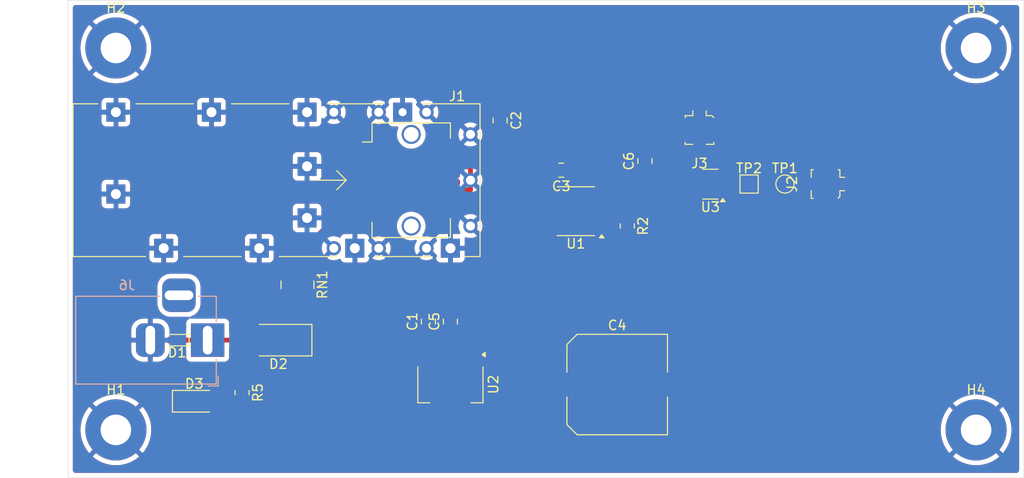
<source format=kicad_pcb>
(kicad_pcb (version 20241229) (generator "pcbnew") (generator_version "9.0")
  (title_block (title "SFP Clock Trasmitter – Project Caroline") (date "2025-04-29") (rev "A") (company "B4CKSP4CE") (comment 1 "CERN-OHL-S") (comment 2 "@heyflo"))
  (layers (0 "F.Cu" signal) (2 "B.Cu" signal) (25 "Edge.Cuts" user))
  (net 0 "")
  (net 1 "GND")
  (net 3 "Net-(J1-RATE_SELECT)")
  (net 5 "/SFP_TD+")
  (net 6 "Net-(J1-MOD_DEF0)")
  (net 7 "Net-(J1-MOD_DEF2)")
  (net 10 "/SFP_TD-")
  (net 11 "Net-(J1-MOD_DEF1)")
  (net 13 "Net-(U1-DE)")
  (net 14 "/CLK_SFP")
  (net 15 "Net-(J3-In)")
  (net 16 "/CLK_IN")
  (net 17 "Net-(D2-K)")
  (net 18 "+3V3")
  (net 19 "Net-(D3-A)")
  (net 20 "Net-(D1-K)")
  (footprint "Resistor_SMD:R_Array_Concave_4x0603" (layer "F.Cu") (at 124 79.8 -90)
    (property "Reference" "RN1" (at 0 -2.6 90) (layer "F.SilkS"))
    (property "Value" "CAT16-472J4")
    (fp_line (start 0.4 1.72) (end -0.4 1.72) (stroke (width 0.12)) (layer "F.SilkS"))
    (fp_line (start 0.4 -1.72) (end -0.4 -1.72) (stroke (width 0.12)) (layer "F.SilkS"))
    (pad "1" smd rect (at -0.85 -1.2 270) (size 0.9 0.4) (layers "F.Cu" "F.Mask" "F.Paste") (net 3 "Net-(J1-RATE_SELECT)"))
    (pad "2" smd rect (at -0.85 -0.4 270) (size 0.9 0.4) (layers "F.Cu" "F.Mask" "F.Paste") (net 6 "Net-(J1-MOD_DEF0)"))
    (pad "3" smd rect (at -0.85 0.4 270) (size 0.9 0.4) (layers "F.Cu" "F.Mask" "F.Paste") (net 11 "Net-(J1-MOD_DEF1)"))
    (pad "4" smd rect (at -0.85 1.2 270) (size 0.9 0.4) (layers "F.Cu" "F.Mask" "F.Paste") (net 7 "Net-(J1-MOD_DEF2)"))
    (pad "5" smd rect (at 0.85 1.2 270) (size 0.9 0.4) (layers "F.Cu" "F.Mask" "F.Paste") (net 18 "+3V3"))
    (pad "6" smd rect (at 0.85 0.4 270) (size 0.9 0.4) (layers "F.Cu" "F.Mask" "F.Paste") (net 18 "+3V3"))
    (pad "7" smd rect (at 0.85 -0.4 270) (size 0.9 0.4) (layers "F.Cu" "F.Mask" "F.Paste") (net 18 "+3V3"))
    (pad "8" smd rect (at 0.85 -1.2 270) (size 0.9 0.4) (layers "F.Cu" "F.Mask" "F.Paste") (net 18 "+3V3"))
  )
  (footprint "Capacitor_SMD:C_0805_2012Metric" (layer "F.Cu") (at 140 83.65 90)
    (property "Reference" "C5" (at 0 -1.68 90) (layer "F.SilkS"))
    (property "Value" "10uF 16V")
    (fp_line (start -0.261252 -0.735) (end 0.261252 -0.735) (stroke (width 0.12)) (layer "F.SilkS"))
    (fp_line (start -0.261252 0.735) (end 0.261252 0.735) (stroke (width 0.12)) (layer "F.SilkS"))
    (pad "1" smd roundrect (at -0.95 0 90) (size 1 1.45) (layers "F.Cu" "F.Mask" "F.Paste") (net 18 "+3V3"))
    (pad "2" smd roundrect (at 0.95 0 90) (size 1 1.45) (layers "F.Cu" "F.Mask" "F.Paste") (net 1 "GND"))
  )
  (footprint "Capacitor_SMD:C_0805_2012Metric" (layer "F.Cu") (at 145.2 62.6 -90)
    (property "Reference" "C2" (at 0 -1.68 90) (layer "F.SilkS"))
    (property "Value" "0.1uF 6.3V")
    (fp_line (start -0.261252 0.735) (end 0.261252 0.735) (stroke (width 0.12)) (layer "F.SilkS"))
    (fp_line (start -0.261252 -0.735) (end 0.261252 -0.735) (stroke (width 0.12)) (layer "F.SilkS"))
    (pad "1" smd roundrect (at -0.95 0 270) (size 1 1.45) (layers "F.Cu" "F.Mask" "F.Paste") (net 18 "+3V3"))
    (pad "2" smd roundrect (at 0.95 0 270) (size 1 1.45) (layers "F.Cu" "F.Mask" "F.Paste") (net 1 "GND"))
  )
  (footprint "Package_SO:SOIC-8_3.9x4.9mm_P1.27mm" (layer "F.Cu") (at 153.125 72.095 180)
    (property "Reference" "U1" (at 0 -3.4 0) (layer "F.SilkS"))
    (property "Value" "SN65MLVD200AD")
    (fp_line (start 0 2.56) (end 1.95 2.56) (stroke (width 0.12)) (layer "F.SilkS"))
    (fp_line (start 0 2.56) (end -1.95 2.56) (stroke (width 0.12)) (layer "F.SilkS"))
    (fp_line (start 0 -2.56) (end 1.95 -2.56) (stroke (width 0.12)) (layer "F.SilkS"))
    (fp_line (start 0 -2.56) (end -1.95 -2.56) (stroke (width 0.12)) (layer "F.SilkS"))
    (fp_poly (pts (xy -2.7 -2.465) (xy -2.94 -2.795) (xy -2.46 -2.795)) (stroke (width 0.12)) (fill yes) (layer "F.SilkS"))
    (pad "1" smd roundrect (at -2.475 -1.905 180) (size 1.95 0.6) (layers "F.Cu" "F.Mask" "F.Paste"))
    (pad "2" smd roundrect (at -2.475 -0.635 180) (size 1.95 0.6) (layers "F.Cu" "F.Mask" "F.Paste") (net 13 "Net-(U1-DE)"))
    (pad "3" smd roundrect (at -2.475 0.635 180) (size 1.95 0.6) (layers "F.Cu" "F.Mask" "F.Paste") (net 13 "Net-(U1-DE)"))
    (pad "4" smd roundrect (at -2.475 1.905 180) (size 1.95 0.6) (layers "F.Cu" "F.Mask" "F.Paste") (net 14 "/CLK_SFP"))
    (pad "5" smd roundrect (at 2.475 1.905 180) (size 1.95 0.6) (layers "F.Cu" "F.Mask" "F.Paste") (net 1 "GND"))
    (pad "6" smd roundrect (at 2.475 0.635 180) (size 1.95 0.6) (layers "F.Cu" "F.Mask" "F.Paste") (net 10 "/SFP_TD-"))
    (pad "7" smd roundrect (at 2.475 -0.635 180) (size 1.95 0.6) (layers "F.Cu" "F.Mask" "F.Paste") (net 5 "/SFP_TD+"))
    (pad "8" smd roundrect (at 2.475 -1.905 180) (size 1.95 0.6) (layers "F.Cu" "F.Mask" "F.Paste") (net 18 "+3V3"))
  )
  (footprint "Capacitor_SMD:C_0805_2012Metric" (layer "F.Cu") (at 137.7 83.65 90)
    (property "Reference" "C1" (at 0 -1.68 90) (layer "F.SilkS"))
    (property "Value" "10uF 16V")
    (fp_line (start -0.261252 -0.735) (end 0.261252 -0.735) (stroke (width 0.12)) (layer "F.SilkS"))
    (fp_line (start -0.261252 0.735) (end 0.261252 0.735) (stroke (width 0.12)) (layer "F.SilkS"))
    (pad "1" smd roundrect (at -0.95 0 90) (size 1 1.45) (layers "F.Cu" "F.Mask" "F.Paste") (net 17 "Net-(D2-K)"))
    (pad "2" smd roundrect (at 0.95 0 90) (size 1 1.45) (layers "F.Cu" "F.Mask" "F.Paste") (net 1 "GND"))
  )
  (footprint "Connector_Coaxial:U.FL_Molex_MCRF_73412-0110_Vertical" (layer "F.Cu") (at 179.25 69.25 -90)
    (property "Reference" "J2" (at 0 3.5 270) (layer "F.SilkS"))
    (property "Value" "CLK_IN")
    (fp_line (start -1.5 1.5) (end -1.5 1.3) (stroke (width 0.12)) (layer "F.SilkS"))
    (fp_line (start -0.7 1.5) (end -1.5 1.5) (stroke (width 0.12)) (layer "F.SilkS"))
    (fp_line (start 1.5 1.5) (end 0.7 1.5) (stroke (width 0.12)) (layer "F.SilkS"))
    (fp_line (start 1.5 1.3) (end 1.5 1.5) (stroke (width 0.12)) (layer "F.SilkS"))
    (fp_line (start -1.5 -1.3) (end -1.5 -1.5) (stroke (width 0.12)) (layer "F.SilkS"))
    (fp_line (start -1.5 -1.5) (end -0.7 -1.5) (stroke (width 0.12)) (layer "F.SilkS"))
    (fp_line (start -0.7 -1.5) (end -0.7 -2) (stroke (width 0.12)) (layer "F.SilkS"))
    (fp_line (start 0.7 -1.5) (end 1.3 -1.5) (stroke (width 0.12)) (layer "F.SilkS"))
    (fp_line (start 0.7 -1.5) (end 0.7 -2) (stroke (width 0.12)) (layer "F.SilkS"))
    (fp_line (start 1.3 -1.5) (end 1.5 -1.3) (stroke (width 0.12)) (layer "F.SilkS"))
    (pad "1" smd roundrect (at 0 1.5 90) (size 1 1) (layers "F.Cu" "F.Mask" "F.Paste") (roundrect_rratio 0.1) (net 16 "/CLK_IN"))
    (pad "2" smd roundrect (at -1.475 0 90) (size 1.05 2.2) (layers "F.Cu" "F.Mask" "F.Paste") (roundrect_rratio 0.1) (net 1 "GND"))
    (pad "2" smd roundrect (at 0 -1.5 90) (size 1 1) (layers "F.Cu" "F.Mask" "F.Paste") (roundrect_rratio 0.1) (net 1 "GND"))
    (pad "2" smd roundrect (at 1.475 0 90) (size 1.05 2.2) (layers "F.Cu" "F.Mask" "F.Paste") (roundrect_rratio 0.1) (net 1 "GND"))
  )
  (footprint "MountingHole:MountingHole_3.2mm_M3_Pad_TopBottom" (layer "F.Cu") (at 105 95)
    (property "Reference" "H1" (at 0 -4.2 0) (layer "F.SilkS"))
    (property "Value" "M3 Pad Hole")
    (pad "1" thru_hole circle (at 0 0) (size 3.6 3.6) (drill 3.2) (layers "*.Cu" "*.Mask") (net 1 "GND"))
    (pad "1" connect circle (at 0 0) (size 6.4 6.4) (layers "F.Cu" "F.Mask") (net 1 "GND"))
    (pad "1" connect circle (at 0 0) (size 6.4 6.4) (layers "B.Cu" "B.Mask") (net 1 "GND"))
  )
  (footprint "Resistor_SMD:R_0805_2012Metric" (layer "F.Cu") (at 118.2 91.1 -90)
    (property "Reference" "R5" (at 0 -1.65 90) (layer "F.SilkS"))
    (property "Value" "470R")
    (fp_line (start -0.227064 0.735) (end 0.227064 0.735) (stroke (width 0.12)) (layer "F.SilkS"))
    (fp_line (start -0.227064 -0.735) (end 0.227064 -0.735) (stroke (width 0.12)) (layer "F.SilkS"))
    (pad "1" smd roundrect (at -0.9125 0 270) (size 1.025 1.4) (layers "F.Cu" "F.Mask" "F.Paste") (roundrect_rratio 0.243902) (net 18 "+3V3"))
    (pad "2" smd roundrect (at 0.9125 0 270) (size 1.025 1.4) (layers "F.Cu" "F.Mask" "F.Paste") (roundrect_rratio 0.243902) (net 19 "Net-(D3-A)"))
  )
  (footprint "MountingHole:MountingHole_3.2mm_M3_Pad_TopBottom" (layer "F.Cu") (at 195 55)
    (property "Reference" "H3" (at 0 -4.2 0) (layer "F.SilkS"))
    (property "Value" "M3 Pad Hole")
    (pad "1" thru_hole circle (at 0 0) (size 3.6 3.6) (drill 3.2) (layers "*.Cu" "*.Mask") (net 1 "GND"))
    (pad "1" connect circle (at 0 0) (size 6.4 6.4) (layers "F.Cu" "F.Mask") (net 1 "GND"))
    (pad "1" connect circle (at 0 0) (size 6.4 6.4) (layers "B.Cu" "B.Mask") (net 1 "GND"))
  )
  (footprint "MountingHole:MountingHole_3.2mm_M3_Pad_TopBottom" (layer "F.Cu") (at 195 95)
    (property "Reference" "H4" (at 0 -4.2 0) (layer "F.SilkS"))
    (property "Value" "M3 Pad Hole")
    (pad "1" thru_hole circle (at 0 0) (size 3.6 3.6) (drill 3.2) (layers "*.Cu" "*.Mask") (net 1 "GND"))
    (pad "1" connect circle (at 0 0) (size 6.4 6.4) (layers "F.Cu" "F.Mask") (net 1 "GND"))
    (pad "1" connect circle (at 0 0) (size 6.4 6.4) (layers "B.Cu" "B.Mask") (net 1 "GND"))
  )
  (footprint "MountingHole:MountingHole_3.2mm_M3_Pad_TopBottom" (layer "F.Cu") (at 105 55)
    (property "Reference" "H2" (at 0 -4.2 0) (layer "F.SilkS"))
    (property "Value" "M3 Pad Hole")
    (pad "1" thru_hole circle (at 0 0) (size 3.6 3.6) (drill 3.2) (layers "*.Cu" "*.Mask") (net 1 "GND"))
    (pad "1" connect circle (at 0 0) (size 6.4 6.4) (layers "F.Cu" "F.Mask") (net 1 "GND"))
    (pad "1" connect circle (at 0 0) (size 6.4 6.4) (layers "B.Cu" "B.Mask") (net 1 "GND"))
  )
  (footprint "BKSP:Connector_SFP_Cage_NoKeepout" (layer "F.Cu") (at 142.1 68.85)
    (property "Reference" "J1" (at -1.4 -8.8 0) (layer "F.SilkS"))
    (property "Value" "SFP")
    (fp_line (start -41.6 8) (end -41.6 -8) (stroke (width 0.12)) (layer "F.SilkS"))
    (fp_line (start -39 -8) (end -41.6 -8) (stroke (width 0.12)) (layer "F.SilkS"))
    (fp_line (start -34 8) (end -41.6 8) (stroke (width 0.12)) (layer "F.SilkS"))
    (fp_line (start -30 8) (end -24 8) (stroke (width 0.12)) (layer "F.SilkS"))
    (fp_line (start -29 -8) (end -35 -8) (stroke (width 0.12)) (layer "F.SilkS"))
    (fp_line (start -20 8) (end -14 8) (stroke (width 0.12)) (layer "F.SilkS"))
    (fp_line (start -19 -8) (end -25 -8) (stroke (width 0.12)) (layer "F.SilkS"))
    (fp_line (start -13 0) (end -16 0) (stroke (width 0.12)) (layer "F.SilkS"))
    (fp_line (start -13 0) (end -14 -1) (stroke (width 0.12)) (layer "F.SilkS"))
    (fp_line (start -13 0) (end -14 1) (stroke (width 0.12)) (layer "F.SilkS"))
    (fp_line (start -10.3 -6) (end -10.3 -4) (stroke (width 0.12)) (layer "F.SilkS"))
    (fp_line (start -10.3 -4) (end -11.3 -4) (stroke (width 0.12)) (layer "F.SilkS"))
    (fp_line (start -10.3 4.4) (end -10.3 6) (stroke (width 0.12)) (layer "F.SilkS"))
    (fp_line (start -10 8) (end -4 8) (stroke (width 0.12)) (layer "F.SilkS"))
    (fp_line (start -9 -8) (end -15 -8) (stroke (width 0.12)) (layer "F.SilkS"))
    (fp_line (start -2.1 -6) (end -10.3 -6) (stroke (width 0.12)) (layer "F.SilkS"))
    (fp_line (start -2.1 -4.4) (end -2.1 -6) (stroke (width 0.12)) (layer "F.SilkS"))
    (fp_line (start -2.1 4) (end -2.1 6) (stroke (width 0.12)) (layer "F.SilkS"))
    (fp_line (start -2.1 6) (end -10.3 6) (stroke (width 0.12)) (layer "F.SilkS"))
    (fp_line (start -0.7 8) (end 1 8) (stroke (width 0.12)) (layer "F.SilkS"))
    (fp_line (start 1 -8) (end -5 -8) (stroke (width 0.12)) (layer "F.SilkS"))
    (fp_line (start 1 8) (end 1 -8) (stroke (width 0.12)) (layer "F.SilkS"))
    (pad "" np_thru_hole circle (at -6.2 -4.8) (size 2 2) (drill 1.55) (layers "*.Cu" "*.Mask"))
    (pad "" np_thru_hole circle (at -6.2 4.8) (size 2 2) (drill 1.55) (layers "*.Cu" "*.Mask"))
    (pad "1" smd rect (at -10.3 -3.4) (size 2 0.5) (layers "F.Cu" "F.Mask" "F.Paste") (net 1 "GND"))
    (pad "2" smd rect (at -10.3 -2.6) (size 2 0.5) (layers "F.Cu" "F.Mask" "F.Paste"))
    (pad "3" smd rect (at -10.3 -1.8) (size 2 0.5) (layers "F.Cu" "F.Mask" "F.Paste") (net 1 "GND"))
    (pad "4" smd rect (at -10.3 -1) (size 2 0.5) (layers "F.Cu" "F.Mask" "F.Paste") (net 7 "Net-(J1-MOD_DEF2)"))
    (pad "5" smd rect (at -10.3 -0.2) (size 2 0.5) (layers "F.Cu" "F.Mask" "F.Paste") (net 11 "Net-(J1-MOD_DEF1)"))
    (pad "6" smd rect (at -10.3 0.6) (size 2 0.5) (layers "F.Cu" "F.Mask" "F.Paste") (net 6 "Net-(J1-MOD_DEF0)"))
    (pad "7" smd rect (at -10.3 1.4) (size 2 0.5) (layers "F.Cu" "F.Mask" "F.Paste") (net 3 "Net-(J1-RATE_SELECT)"))
    (pad "8" smd rect (at -10.3 2.2) (size 2 0.5) (layers "F.Cu" "F.Mask" "F.Paste"))
    (pad "9" smd rect (at -10.3 3) (size 2 0.5) (layers "F.Cu" "F.Mask" "F.Paste") (net 1 "GND"))
    (pad "10" smd rect (at -10.3 3.8) (size 2 0.5) (layers "F.Cu" "F.Mask" "F.Paste") (net 1 "GND"))
    (pad "11" smd rect (at -2.1 3.4) (size 2 0.5) (layers "F.Cu" "F.Mask" "F.Paste") (net 1 "GND"))
    (pad "12" smd rect (at -2.1 2.6) (size 2 0.5) (layers "F.Cu" "F.Mask" "F.Paste"))
    (pad "13" smd rect (at -2.1 1.8) (size 2 0.5) (layers "F.Cu" "F.Mask" "F.Paste"))
    (pad "14" smd rect (at -2.1 1) (size 2 0.5) (layers "F.Cu" "F.Mask" "F.Paste") (net 1 "GND"))
    (pad "15" smd rect (at -2.1 0.2) (size 2 0.5) (layers "F.Cu" "F.Mask" "F.Paste") (net 18 "+3V3"))
    (pad "16" smd rect (at -2.1 -0.6) (size 2 0.5) (layers "F.Cu" "F.Mask" "F.Paste") (net 18 "+3V3"))
    (pad "17" smd rect (at -2.1 -1.4) (size 2 0.5) (layers "F.Cu" "F.Mask" "F.Paste") (net 1 "GND"))
    (pad "18" smd rect (at -2.1 -2.2) (size 2 0.5) (layers "F.Cu" "F.Mask" "F.Paste") (net 5 "/SFP_TD+"))
    (pad "19" smd rect (at -2.1 -3) (size 2 0.5) (layers "F.Cu" "F.Mask" "F.Paste") (net 10 "/SFP_TD-"))
    (pad "20" smd rect (at -2.1 -3.8) (size 2 0.5) (layers "F.Cu" "F.Mask" "F.Paste") (net 1 "GND"))
    (pad "CAGE" thru_hole rect (at -37.1 -7.125) (size 2 2) (drill 1.05) (layers "*.Cu" "*.Mask") (net 1 "GND"))
    (pad "CAGE" thru_hole rect (at -37.1 1.45) (size 2 2) (drill 1.05) (layers "*.Cu" "*.Mask") (net 1 "GND"))
    (pad "CAGE" thru_hole rect (at -32.1 7.125) (size 2 2) (drill 1.05) (layers "*.Cu" "*.Mask") (net 1 "GND"))
    (pad "CAGE" thru_hole rect (at -27.1 -7.125) (size 2 2) (drill 1.05) (layers "*.Cu" "*.Mask") (net 1 "GND"))
    (pad "CAGE" thru_hole rect (at -22.1 7.125) (size 2 2) (drill 1.05) (layers "*.Cu" "*.Mask") (net 1 "GND"))
    (pad "CAGE" thru_hole rect (at -17.1 -7.125) (size 2 2) (drill 1.05) (layers "*.Cu" "*.Mask") (net 1 "GND"))
    (pad "CAGE" thru_hole rect (at -17.1 -1.45) (size 2 2) (drill 1.05) (layers "*.Cu" "*.Mask") (net 1 "GND"))
    (pad "CAGE" thru_hole rect (at -17.1 3.95) (size 2 2) (drill 1.05) (layers "*.Cu" "*.Mask") (net 1 "GND"))
    (pad "CAGE" thru_hole circle (at -14.3 -7.125) (size 1.5 1.5) (drill 0.95) (layers "*.Cu" "*.Mask") (net 1 "GND"))
    (pad "CAGE" thru_hole circle (at -14.3 7.125) (size 1.5 1.5) (drill 0.95) (layers "*.Cu" "*.Mask") (net 1 "GND"))
    (pad "CAGE" thru_hole rect (at -12.1 7.125) (size 2 2) (drill 1.05) (layers "*.Cu" "*.Mask") (net 1 "GND"))
    (pad "CAGE" thru_hole circle (at -9.6 -7.125) (size 1.5 1.5) (drill 0.95) (layers "*.Cu" "*.Mask") (net 1 "GND"))
    (pad "CAGE" thru_hole circle (at -9.6 7.125) (size 1.5 1.5) (drill 0.95) (layers "*.Cu" "*.Mask") (net 1 "GND"))
    (pad "CAGE" thru_hole rect (at -7.1 -7.125) (size 2 2) (drill 0.85) (layers "*.Cu" "*.Mask") (net 1 "GND"))
    (pad "CAGE" thru_hole circle (at -4.6 -7.125) (size 1.5 1.5) (drill 0.95) (layers "*.Cu" "*.Mask") (net 1 "GND"))
    (pad "CAGE" thru_hole circle (at -4.6 7.125) (size 1.5 1.5) (drill 0.95) (layers "*.Cu" "*.Mask") (net 1 "GND"))
    (pad "CAGE" thru_hole rect (at -2.1 7.125) (size 2 2) (drill 1.05) (layers "*.Cu" "*.Mask") (net 1 "GND"))
    (pad "CAGE" thru_hole circle (at 0 -4.8) (size 1.5 1.5) (drill 0.95) (layers "*.Cu" "*.Mask") (net 1 "GND"))
    (pad "CAGE" thru_hole circle (at 0 0) (size 1.5 1.5) (drill 0.95) (layers "*.Cu" "*.Mask") (net 1 "GND"))
    (pad "CAGE" thru_hole circle (at 0 4.8) (size 1.5 1.5) (drill 0.95) (layers "*.Cu" "*.Mask") (net 1 "GND"))
  )
  (footprint "TestPoint:TestPoint_Pad_D1.5mm" (layer "F.Cu") (at 175 69.25)
    (property "Reference" "TP1" (at 0 -1.648 0) (layer "F.SilkS"))
    (property "Value" "CLK_IN")
    (fp_circle (center 0 0) (end 0 0.95) (stroke (width 0.12)) (fill no) (layer "F.SilkS"))
    (pad "1" smd circle (at 0 0) (size 1.5 1.5) (layers "F.Cu" "F.Mask") (net 16 "/CLK_IN"))
  )
  (footprint "Capacitor_SMD:C_Elec_10x10.2" (layer "F.Cu") (at 157.45 90.25)
    (property "Reference" "C4" (at 0 -6.2 0) (layer "F.SilkS"))
    (property "Value" "470uF 16V")
    (fp_line (start -5.26 -4.195563) (end -5.26 -1.31) (stroke (width 0.12)) (layer "F.SilkS"))
    (fp_line (start -5.26 -4.195563) (end -4.195563 -5.26) (stroke (width 0.12)) (layer "F.SilkS"))
    (fp_line (start -5.26 4.195563) (end -5.26 1.31) (stroke (width 0.12)) (layer "F.SilkS"))
    (fp_line (start -5.26 4.195563) (end -4.195563 5.26) (stroke (width 0.12)) (layer "F.SilkS"))
    (fp_line (start -4.195563 -5.26) (end 5.26 -5.26) (stroke (width 0.12)) (layer "F.SilkS"))
    (fp_line (start -4.195563 5.26) (end 5.26 5.26) (stroke (width 0.12)) (layer "F.SilkS"))
    (fp_line (start 5.26 -5.26) (end 5.26 -1.31) (stroke (width 0.12)) (layer "F.SilkS"))
    (fp_line (start 5.26 5.26) (end 5.26 1.31) (stroke (width 0.12)) (layer "F.SilkS"))
    (pad "1" smd roundrect (at -4.4 0) (size 4.6 2.1) (layers "F.Cu" "F.Mask" "F.Paste") (roundrect_rratio 0.119048) (net 18 "+3V3"))
    (pad "2" smd roundrect (at 4.4 0) (size 4.6 2.1) (layers "F.Cu" "F.Mask" "F.Paste") (roundrect_rratio 0.119048) (net 1 "GND"))
  )
  (footprint "Diode_SMD:D_SMA" (layer "F.Cu") (at 122 85.6 180)
    (property "Reference" "D2" (at 0 -2.5 0) (layer "F.SilkS"))
    (property "Value" "SS14")
    (fp_line (start -3.51 1.65) (end 2 1.65) (stroke (width 0.12)) (layer "F.SilkS"))
    (fp_line (start -3.51 -1.65) (end 2 -1.65) (stroke (width 0.12)) (layer "F.SilkS"))
    (fp_line (start -3.51 -1.65) (end -3.51 1.65) (stroke (width 0.12)) (layer "F.SilkS"))
    (pad "1" smd roundrect (at -2 0 180) (size 2.5 1.8) (layers "F.Cu" "F.Mask" "F.Paste") (roundrect_rratio 0.1388888889) (net 17 "Net-(D2-K)"))
    (pad "2" smd roundrect (at 2 0 180) (size 2.5 1.8) (layers "F.Cu" "F.Mask" "F.Paste") (roundrect_rratio 0.1388888889) (net 20 "Net-(D1-K)"))
  )
  (footprint "Resistor_SMD:R_0805_2012Metric" (layer "F.Cu") (at 158.5 73.65 -90)
    (property "Reference" "R2" (at 0 -1.65 90) (layer "F.SilkS"))
    (property "Value" "5K1")
    (fp_line (start -0.227064 0.735) (end 0.227064 0.735) (stroke (width 0.12)) (layer "F.SilkS"))
    (fp_line (start -0.227064 -0.735) (end 0.227064 -0.735) (stroke (width 0.12)) (layer "F.SilkS"))
    (pad "1" smd roundrect (at -0.9125 0 270) (size 1.025 1.4) (layers "F.Cu" "F.Mask" "F.Paste") (roundrect_rratio 0.243902) (net 13 "Net-(U1-DE)"))
    (pad "2" smd roundrect (at 0.9125 0 270) (size 1.025 1.4) (layers "F.Cu" "F.Mask" "F.Paste") (roundrect_rratio 0.243902) (net 18 "+3V3"))
  )
  (footprint "Package_TO_SOT_SMD:SOT-23-6" (layer "F.Cu") (at 167.2 69.2625 180)
    (property "Reference" "U3" (at 0 -2.4 0) (layer "F.SilkS"))
    (property "Value" "74LVC2G17")
    (fp_line (start 0 1.56) (end 0.8 1.56) (stroke (width 0.12)) (layer "F.SilkS"))
    (fp_line (start 0 1.56) (end -0.8 1.56) (stroke (width 0.12)) (layer "F.SilkS"))
    (fp_line (start 0 -1.56) (end 0.8 -1.56) (stroke (width 0.12)) (layer "F.SilkS"))
    (fp_line (start 0 -1.56) (end -0.8 -1.56) (stroke (width 0.12)) (layer "F.SilkS"))
    (fp_poly (pts (xy -1.3 -1.51) (xy -1.54 -1.84) (xy -1.06 -1.84)) (stroke (width 0.12)) (fill yes) (layer "F.SilkS"))
    (pad "1" smd roundrect (at -1.1375 -0.95 180) (size 1.325 0.6) (layers "F.Cu" "F.Mask" "F.Paste") (net 16 "/CLK_IN"))
    (pad "2" smd roundrect (at -1.1375 0 180) (size 1.325 0.6) (layers "F.Cu" "F.Mask" "F.Paste") (net 1 "GND"))
    (pad "3" smd roundrect (at -1.1375 0.95 180) (size 1.325 0.6) (layers "F.Cu" "F.Mask" "F.Paste") (net 16 "/CLK_IN"))
    (pad "4" smd roundrect (at 1.1375 0.95 180) (size 1.325 0.6) (layers "F.Cu" "F.Mask" "F.Paste") (net 15 "Net-(J3-In)"))
    (pad "5" smd roundrect (at 1.1375 0 180) (size 1.325 0.6) (layers "F.Cu" "F.Mask" "F.Paste") (net 18 "+3V3"))
    (pad "6" smd roundrect (at 1.1375 -0.95 180) (size 1.325 0.6) (layers "F.Cu" "F.Mask" "F.Paste") (net 14 "/CLK_SFP"))
  )
  (footprint "LED_SMD:LED_1206_3216Metric" (layer "F.Cu") (at 113.2 92)
    (property "Reference" "D3" (at 0 -1.83 0) (layer "F.SilkS"))
    (property "Value" "Amber")
    (fp_line (start -2.285 -1.135) (end -2.285 1.135) (stroke (width 0.12)) (layer "F.SilkS"))
    (fp_line (start -2.285 1.135) (end 1.6 1.135) (stroke (width 0.12)) (layer "F.SilkS"))
    (fp_line (start 1.6 -1.135) (end -2.285 -1.135) (stroke (width 0.12)) (layer "F.SilkS"))
    (pad "1" smd roundrect (at -1.4 0) (size 1.25 1.75) (layers "F.Cu" "F.Mask" "F.Paste") (roundrect_rratio 0.2) (net 1 "GND"))
    (pad "2" smd roundrect (at 1.4 0) (size 1.25 1.75) (layers "F.Cu" "F.Mask" "F.Paste") (roundrect_rratio 0.2) (net 19 "Net-(D3-A)"))
  )
  (footprint "Connector_Coaxial:U.FL_Molex_MCRF_73412-0110_Vertical" (layer "F.Cu") (at 166.06 63.59)
    (property "Reference" "J3" (at 0 3.5 0) (layer "F.SilkS"))
    (property "Value" "CLK_INT")
    (fp_line (start -1.5 -1.5) (end -0.7 -1.5) (stroke (width 0.12)) (layer "F.SilkS"))
    (fp_line (start -1.5 -1.3) (end -1.5 -1.5) (stroke (width 0.12)) (layer "F.SilkS"))
    (fp_line (start -1.5 1.5) (end -1.5 1.3) (stroke (width 0.12)) (layer "F.SilkS"))
    (fp_line (start -0.7 -1.5) (end -0.7 -2) (stroke (width 0.12)) (layer "F.SilkS"))
    (fp_line (start -0.7 1.5) (end -1.5 1.5) (stroke (width 0.12)) (layer "F.SilkS"))
    (fp_line (start 0.7 -1.5) (end 0.7 -2) (stroke (width 0.12)) (layer "F.SilkS"))
    (fp_line (start 0.7 -1.5) (end 1.3 -1.5) (stroke (width 0.12)) (layer "F.SilkS"))
    (fp_line (start 1.3 -1.5) (end 1.5 -1.3) (stroke (width 0.12)) (layer "F.SilkS"))
    (fp_line (start 1.5 1.3) (end 1.5 1.5) (stroke (width 0.12)) (layer "F.SilkS"))
    (fp_line (start 1.5 1.5) (end 0.7 1.5) (stroke (width 0.12)) (layer "F.SilkS"))
    (pad "1" smd roundrect (at 0 1.5 180) (size 1 1) (layers "F.Cu" "F.Mask" "F.Paste") (roundrect_rratio 0.1) (net 15 "Net-(J3-In)"))
    (pad "2" smd roundrect (at -1.475 0 180) (size 1.05 2.2) (layers "F.Cu" "F.Mask" "F.Paste") (roundrect_rratio 0.1) (net 1 "GND"))
    (pad "2" smd roundrect (at 0 -1.5 180) (size 1 1) (layers "F.Cu" "F.Mask" "F.Paste") (roundrect_rratio 0.1) (net 1 "GND"))
    (pad "2" smd roundrect (at 1.475 0 180) (size 1.05 2.2) (layers "F.Cu" "F.Mask" "F.Paste") (roundrect_rratio 0.1) (net 1 "GND"))
  )
  (footprint "Diode_SMD:D_SOD-523" (layer "F.Cu") (at 111.4 85.6 180)
    (property "Reference" "D1" (at 0 -1.3 0) (layer "F.SilkS"))
    (property "Value" "PESD12VS1UB")
    (fp_line (start 0.7 0.6) (end -1.26 0.6) (stroke (width 0.12)) (layer "F.SilkS"))
    (fp_line (start 0.7 -0.6) (end -1.26 -0.6) (stroke (width 0.12)) (layer "F.SilkS"))
    (fp_line (start -1.26 -0.6) (end -1.26 0.6) (stroke (width 0.12)) (layer "F.SilkS"))
    (pad "1" smd roundrect (at -0.7 0) (size 0.6 0.7) (layers "F.Cu" "F.Mask" "F.Paste") (net 20 "Net-(D1-K)"))
    (pad "2" smd roundrect (at 0.7 0) (size 0.6 0.7) (layers "F.Cu" "F.Mask" "F.Paste") (net 1 "GND"))
  )
  (footprint "TestPoint:TestPoint_Pad_1.5x1.5mm" (layer "F.Cu") (at 171.25 69.25)
    (property "Reference" "TP2" (at 0 -1.648 0) (layer "F.SilkS"))
    (property "Value" "GND")
    (fp_line (start -0.95 -0.95) (end 0.95 -0.95) (stroke (width 0.12)) (layer "F.SilkS"))
    (fp_line (start -0.95 0.95) (end -0.95 -0.95) (stroke (width 0.12)) (layer "F.SilkS"))
    (fp_line (start 0.95 -0.95) (end 0.95 0.95) (stroke (width 0.12)) (layer "F.SilkS"))
    (fp_line (start 0.95 0.95) (end -0.95 0.95) (stroke (width 0.12)) (layer "F.SilkS"))
    (pad "1" smd rect (at 0 0) (size 1.5 1.5) (layers "F.Cu" "F.Mask") (net 1 "GND"))
  )
  (footprint "Capacitor_SMD:C_0805_2012Metric" (layer "F.Cu") (at 151.6 67.8 180)
    (property "Reference" "C3" (at 0 -1.68 0) (layer "F.SilkS"))
    (property "Value" "0.1uF 6.3V")
    (fp_line (start -0.261252 0.735) (end 0.261252 0.735) (stroke (width 0.12)) (layer "F.SilkS"))
    (fp_line (start -0.261252 -0.735) (end 0.261252 -0.735) (stroke (width 0.12)) (layer "F.SilkS"))
    (pad "1" smd roundrect (at -0.95 0 180) (size 1 1.45) (layers "F.Cu" "F.Mask" "F.Paste") (net 18 "+3V3"))
    (pad "2" smd roundrect (at 0.95 0 180) (size 1 1.45) (layers "F.Cu" "F.Mask" "F.Paste") (net 1 "GND"))
  )
  (footprint "Package_TO_SOT_SMD:SOT-223-3_TabPin2" (layer "F.Cu") (at 140 90.25 -90)
    (property "Reference" "U2" (at 0 -4.5 90) (layer "F.SilkS"))
    (property "Value" "LT1117-3.3")
    (fp_line (start -1.85 3.41) (end 1.91 3.41) (stroke (width 0.12)) (layer "F.SilkS"))
    (fp_line (start 1.91 3.41) (end 1.91 2.15) (stroke (width 0.12)) (layer "F.SilkS"))
    (fp_line (start -1.85 -3.41) (end 1.91 -3.41) (stroke (width 0.12)) (layer "F.SilkS"))
    (fp_line (start 1.91 -3.41) (end 1.91 -2.15) (stroke (width 0.12)) (layer "F.SilkS"))
    (fp_poly (pts (xy -3.13 -3.31) (xy -3.37 -3.64) (xy -2.89 -3.64) (xy -3.13 -3.31)) (stroke (width 0.12)) (fill yes) (layer "F.SilkS"))
    (pad "1" smd roundrect (at -3.15 -2.3 270) (size 2 1.5) (layers "F.Cu" "F.Mask" "F.Paste") (net 1 "GND"))
    (pad "2" smd roundrect (at -3.15 0 270) (size 2 1.5) (layers "F.Cu" "F.Mask" "F.Paste") (net 18 "+3V3"))
    (pad "2" smd roundrect (at 3.15 0 270) (size 2 3.8) (layers "F.Cu" "F.Mask" "F.Paste") (net 18 "+3V3"))
    (pad "3" smd roundrect (at -3.15 2.3 270) (size 2 1.5) (layers "F.Cu" "F.Mask" "F.Paste") (net 17 "Net-(D2-K)"))
  )
  (footprint "Capacitor_SMD:C_0805_2012Metric" (layer "F.Cu") (at 160.35 66.85 90)
    (property "Reference" "C6" (at 0 -1.68 90) (layer "F.SilkS"))
    (property "Value" "0.1uF 6.3V")
    (fp_line (start -0.261252 -0.735) (end 0.261252 -0.735) (stroke (width 0.12)) (layer "F.SilkS"))
    (fp_line (start -0.261252 0.735) (end 0.261252 0.735) (stroke (width 0.12)) (layer "F.SilkS"))
    (pad "1" smd roundrect (at -0.95 0 90) (size 1 1.45) (layers "F.Cu" "F.Mask" "F.Paste") (net 18 "+3V3"))
    (pad "2" smd roundrect (at 0.95 0 90) (size 1 1.45) (layers "F.Cu" "F.Mask" "F.Paste") (net 1 "GND"))
  )
  (footprint "Connector_BarrelJack:BarrelJack_Horizontal" (layer "B.Cu") (at 114.6 85.6)
    (property "Reference" "J6" (at -8.45 -5.75 0) (layer "B.SilkS") (effects (justify mirror)))
    (property "Value" "Jack-DC")
    (fp_line (start -13.8 -4.6) (end -13.8 4.6) (stroke (width 0.12)) (layer "B.SilkS"))
    (fp_line (start -13.8 4.6) (end 0.9 4.6) (stroke (width 0.12)) (layer "B.SilkS"))
    (fp_line (start -5 -4.6) (end -13.8 -4.6) (stroke (width 0.12)) (layer "B.SilkS"))
    (fp_line (start 0.05 4.8) (end 1.1 4.8) (stroke (width 0.12)) (layer "B.SilkS"))
    (fp_line (start 0.9 -4.6) (end -1 -4.6) (stroke (width 0.12)) (layer "B.SilkS"))
    (fp_line (start 0.9 -1.9) (end 0.9 -4.6) (stroke (width 0.12)) (layer "B.SilkS"))
    (fp_line (start 0.9 4.6) (end 0.9 2) (stroke (width 0.12)) (layer "B.SilkS"))
    (fp_line (start 1.1 3.75) (end 1.1 4.8) (stroke (width 0.12)) (layer "B.SilkS"))
    (pad "1" thru_hole rect (at 0 0) (size 3.5 3.5) (drill oval 1 3) (layers "*.Cu" "*.Mask") (net 20 "Net-(D1-K)"))
    (pad "2" thru_hole roundrect (at -6 0) (size 3 3.5) (drill oval 1 3) (layers "*.Cu" "*.Mask") (net 1 "GND"))
    (pad "3" thru_hole roundrect (at -3 -4.7) (size 3.5 3.5) (drill oval 3 1) (layers "*.Cu" "*.Mask"))
  )
  (gr_rect (start 100 50) (end 200 100) (stroke (width 0.05)) (fill no) (layer "Edge.Cuts"))
  (segment (start 131.8 72.65) (end 133.15 72.65) (width 0.5) (layer "F.Cu") (net 1))
  (segment (start 133.25 67.05) (end 133.6 67.4) (width 0.5) (layer "F.Cu") (net 1))
  (segment (start 131.8 67.05) (end 133.25 67.05) (width 0.5) (layer "F.Cu") (net 1))
  (segment (start 140 67.45) (end 142.1 67.45) (width 0.5) (layer "F.Cu") (net 1))
  (segment (start 140 72.25) (end 138.25 72.25) (width 0.5) (layer "F.Cu") (net 1))
  (segment (start 131.8 71.85) (end 133.55 71.85) (width 0.5) (layer "F.Cu") (net 1))
  (segment (start 137.8 70.4) (end 138.35 69.85) (width 0.5) (layer "F.Cu") (net 1))
  (segment (start 167.535 66.265) (end 167.2 66.6) (width 0.4) (layer "F.Cu") (net 1))
  (segment (start 150.65 70.19) (end 150.65 67.8) (width 0.5) (layer "F.Cu") (net 1))
  (segment (start 167.2 68.99375) (end 167.46875 69.2625) (width 0.4) (layer "F.Cu") (net 1))
  (segment (start 133.6 71) (end 133.6 71.8) (width 0.5) (layer "F.Cu") (net 1))
  (segment (start 108.6 85.6) (end 110.7 85.6) (width 0.5) (layer "F.Cu") (net 1))
  (segment (start 140 69.85) (end 142.1 69.85) (width 0.5) (layer "F.Cu") (net 1))
  (segment (start 138.35 69.85) (end 140 69.85) (width 0.5) (layer "F.Cu") (net 1))
  (segment (start 137.8 71.8) (end 137.8 71) (width 0.5) (layer "F.Cu") (net 1))
  (segment (start 131.8 65.45) (end 133.3 65.45) (width 0.5) (layer "F.Cu") (net 1))
  (segment (start 137.8 71) (end 133.6 71) (width 0.5) (layer "F.Cu") (net 1))
  (segment (start 167.46875 69.2625) (end 168.3375 69.2625) (width 0.4) (layer "F.Cu") (net 1))
  (segment (start 167.535 63.59) (end 167.535 66.265) (width 0.4) (layer "F.Cu") (net 1))
  (segment (start 142.1 67.45) (end 142.1 68.85) (width 0.5) (layer "F.Cu") (net 1))
  (segment (start 167.2 66.6) (end 167.2 68.99375) (width 0.4) (layer "F.Cu") (net 1))
  (segment (start 133.6 68) (end 133.6 71) (width 0.5) (layer "F.Cu") (net 1))
  (segment (start 133.6 72.2) (end 133.6 71.8) (width 0.5) (layer "F.Cu") (net 1))
  (segment (start 168.3375 69.2625) (end 171.2375 69.2625) (width 0.4) (layer "F.Cu") (net 1))
  (segment (start 133.6 65.75) (end 133.6 68) (width 0.5) (layer "F.Cu") (net 1))
  (segment (start 133.15 72.65) (end 133.6 72.2) (width 0.5) (layer "F.Cu") (net 1))
  (segment (start 138.25 72.25) (end 137.8 71.8) (width 0.5) (layer "F.Cu") (net 1))
  (segment (start 133.3 65.45) (end 133.6 65.75) (width 0.5) (layer "F.Cu") (net 1))
  (segment (start 133.55 71.85) (end 133.6 71.8) (width 0.5) (layer "F.Cu") (net 1))
  (segment (start 133.6 67.4) (end 133.6 68) (width 0.5) (layer "F.Cu") (net 1))
  (segment (start 171.2375 69.2625) (end 171.25 69.25) (width 0.4) (layer "F.Cu") (net 1))
  (segment (start 142.1 69.85) (end 142.1 68.85) (width 0.5) (layer "F.Cu") (net 1))
  (segment (start 137.8 71) (end 137.8 70.4) (width 0.5) (layer "F.Cu") (net 1))
  (segment (start 128.2 73.3) (end 125.2 76.3) (width 0.3) (layer "F.Cu") (net 3))
  (segment (start 131.8 70.25) (end 129.95 70.25) (width 0.3) (layer "F.Cu") (net 3))
  (segment (start 125.2 76.3) (end 125.2 78.95) (width 0.3) (layer "F.Cu") (net 3))
  (segment (start 128.2 72) (end 128.2 73.3) (width 0.3) (layer "F.Cu") (net 3))
  (segment (start 129.95 70.25) (end 128.2 72) (width 0.3) (layer "F.Cu") (net 3))
  (segment (start 146.323995 70.463942) (end 146.424263 70.363673) (width 0.3) (layer "F.Cu") (net 5))
  (segment (start 148.3 71.9) (end 149.13 72.73) (width 0.3) (layer "F.Cu") (net 5))
  (segment (start 145.899731 70.37909) (end 145.984583 70.463942) (width 0.3) (layer "F.Cu") (net 5))
  (segment (start 146 69.939411) (end 145.899731 70.039679) (width 0.3) (layer "F.Cu") (net 5))
  (segment (start 149.13 72.73) (end 150.65 72.73) (width 0.3) (layer "F.Cu") (net 5))
  (segment (start 146.848528 70.448528) (end 148.3 71.9) (width 0.3) (layer "F.Cu") (net 5))
  (segment (start 143.05 66.65) (end 146 69.6) (width 0.3) (layer "F.Cu") (net 5))
  (segment (start 146.763674 70.363673) (end 146.848528 70.448528) (width 0.3) (layer "F.Cu") (net 5))
  (segment (start 140 66.65) (end 143.05 66.65) (width 0.3) (layer "F.Cu") (net 5))
  (arc (start 146 69.6) (mid 146.070294 69.769706) (end 146 69.939411) (width 0.3) (layer "F.Cu") (net 5))
  (arc (start 145.899731 70.039679) (mid 145.829437 70.209384) (end 145.899731 70.37909) (width 0.3) (layer "F.Cu") (net 5))
  (arc (start 146.424263 70.363673) (mid 146.593968 70.293379) (end 146.763674 70.363673) (width 0.3) (layer "F.Cu") (net 5))
  (arc (start 145.984583 70.463942) (mid 146.154289 70.534237) (end 146.323995 70.463942) (width 0.3) (layer "F.Cu") (net 5))
  (segment (start 127.6 73) (end 124.4 76.2) (width 0.3) (layer "F.Cu") (net 6))
  (segment (start 127.6 71.4) (end 127.6 73) (width 0.3) (layer "F.Cu") (net 6))
  (segment (start 129.55 69.45) (end 127.6 71.4) (width 0.3) (layer "F.Cu") (net 6))
  (segment (start 124.4 76.2) (end 124.4 78.95) (width 0.3) (layer "F.Cu") (net 6))
  (segment (start 131.8 69.45) (end 129.55 69.45) (width 0.3) (layer "F.Cu") (net 6))
  (segment (start 122.8 76.4) (end 122.8 78.95) (width 0.3) (layer "F.Cu") (net 7))
  (segment (start 131.8 67.85) (end 128.75 67.85) (width 0.3) (layer "F.Cu") (net 7))
  (segment (start 122.994195 69.8) (end 122 70.794195) (width 0.3) (layer "F.Cu") (net 7))
  (segment (start 126.8 69.8) (end 122.994195 69.8) (width 0.3) (layer "F.Cu") (net 7))
  (segment (start 122 75.6) (end 122.8 76.4) (width 0.3) (layer "F.Cu") (net 7))
  (segment (start 122 70.794195) (end 122 75.6) (width 0.3) (layer "F.Cu") (net 7))
  (segment (start 128.75 67.85) (end 126.8 69.8) (width 0.3) (layer "F.Cu") (net 7))
  (segment (start 145.532315 67.932314) (end 143.450001 65.85) (width 0.3) (layer "F.Cu") (net 10))
  (segment (start 145.851471 68.25147) (end 145.532315 67.932314) (width 0.3) (layer "F.Cu") (net 10))
  (segment (start 150.65 71.46) (end 149.060001 71.46) (width 0.3) (layer "F.Cu") (net 10))
  (segment (start 146.7 68.760587) (end 146.869118 68.591468) (width 0.3) (layer "F.Cu") (net 10))
  (segment (start 145.936323 68.336322) (end 145.851471 68.25147) (width 0.3) (layer "F.Cu") (net 10))
  (segment (start 146.869118 68.252057) (end 146.784265 68.167204) (width 0.3) (layer "F.Cu") (net 10))
  (segment (start 143.450001 65.85) (end 140 65.85) (width 0.3) (layer "F.Cu") (net 10))
  (segment (start 149.060001 71.46) (end 146.7 69.099999) (width 0.3) (layer "F.Cu") (net 10))
  (segment (start 146.444853 68.167204) (end 146.275734 68.336322) (width 0.3) (layer "F.Cu") (net 10))
  (arc (start 146.275734 68.336322) (mid 146.106028 68.406617) (end 145.936323 68.336322) (width 0.3) (layer "F.Cu") (net 10))
  (arc (start 146.869118 68.591468) (mid 146.939413 68.421762) (end 146.869118 68.252057) (width 0.3) (layer "F.Cu") (net 10))
  (arc (start 146.7 69.099999) (mid 146.629705 68.930293) (end 146.7 68.760587) (width 0.3) (layer "F.Cu") (net 10))
  (arc (start 146.784265 68.167204) (mid 146.614559 68.096909) (end 146.444853 68.167204) (width 0.3) (layer "F.Cu") (net 10))
  (segment (start 131.8 68.65) (end 129.144125 68.65) (width 0.3) (layer "F.Cu") (net 11))
  (segment (start 127.394125 70.4) (end 123.4 70.4) (width 0.3) (layer "F.Cu") (net 11))
  (segment (start 123.4 70.4) (end 122.6 71.2) (width 0.3) (layer "F.Cu") (net 11))
  (segment (start 123.6 76.2) (end 123.6 78.95) (width 0.3) (layer "F.Cu") (net 11))
  (segment (start 129.144125 68.65) (end 127.394125 70.4) (width 0.3) (layer "F.Cu") (net 11))
  (segment (start 122.6 75.2) (end 123.6 76.2) (width 0.3) (layer "F.Cu") (net 11))
  (segment (start 122.6 71.2) (end 122.6 75.2) (width 0.3) (layer "F.Cu") (net 11))
  (segment (start 155.6 71.46) (end 155.6 72.73) (width 0.3) (layer "F.Cu") (net 13))
  (segment (start 155.94 71.46) (end 155.9425 71.4625) (width 0.3) (layer "F.Cu") (net 13))
  (segment (start 155.6 72.73) (end 158.4425 72.73) (width 0.4) (layer "F.Cu") (net 13))
  (segment (start 158.4425 72.73) (end 158.5 72.7875) (width 0.4) (layer "F.Cu") (net 13))
  (segment (start 155.6 71.46) (end 155.94 71.46) (width 0.3) (layer "F.Cu") (net 13))
  (segment (start 155.6 70.19) (end 166.04 70.19) (width 0.4) (layer "F.Cu") (net 14))
  (segment (start 166.04 70.19) (end 166.0625 70.2125) (width 0.4) (layer "F.Cu") (net 14))
  (segment (start 166.0625 65.0925) (end 166.06 65.09) (width 0.4) (layer "F.Cu") (net 15))
  (segment (start 166.0625 68.3125) (end 166.0625 65.0925) (width 0.4) (layer "F.Cu") (net 15))
  (segment (start 170.5 67.5) (end 173.25 67.5) (width 0.4) (layer "F.Cu") (net 16))
  (segment (start 170.4375 71) (end 173.25 71) (width 0.4) (layer "F.Cu") (net 16))
  (segment (start 173.25 71) (end 175 69.25) (width 0.4) (layer "F.Cu") (net 16))
  (segment (start 173.25 67.5) (end 175 69.25) (width 0.4) (layer "F.Cu") (net 16))
  (segment (start 169.6875 68.3125) (end 170.5 67.5) (width 0.4) (layer "F.Cu") (net 16))
  (segment (start 169.65 70.2125) (end 170.4375 71) (width 0.4) (layer "F.Cu") (net 16))
  (segment (start 168.3375 68.3125) (end 169.6875 68.3125) (width 0.4) (layer "F.Cu") (net 16))
  (segment (start 175 69.25) (end 177.75 69.25) (width 0.4) (layer "F.Cu") (net 16))
  (segment (start 168.3375 70.2125) (end 169.65 70.2125) (width 0.4) (layer "F.Cu") (net 16))
  (segment (start 132.8 85.6) (end 134.3 87.1) (width 0.5) (layer "F.Cu") (net 17))
  (segment (start 137.7 87.1) (end 137.7 84.6) (width 0.5) (layer "F.Cu") (net 17))
  (segment (start 124 85.6) (end 132.8 85.6) (width 0.5) (layer "F.Cu") (net 17))
  (segment (start 134.3 87.1) (end 137.7 87.1) (width 0.5) (layer "F.Cu") (net 17))
  (segment (start 138.05 68.25) (end 138 68.2) (width 0.5) (layer "F.Cu") (net 18))
  (segment (start 145.2 61.65) (end 150.65 61.65) (width 0.5) (layer "F.Cu") (net 18))
  (segment (start 140 87.1) (end 140 84.6) (width 0.5) (layer "F.Cu") (net 18))
  (segment (start 152.55 63.55) (end 152.55 67.8) (width 0.5) (layer "F.Cu") (net 18))
  (segment (start 138 68.6) (end 138 68.2) (width 0.5) (layer "F.Cu") (net 18))
  (segment (start 153.000062 80.65) (end 153.05 80.600062) (width 0.4) (layer "F.Cu") (net 18))
  (segment (start 158 77) (end 153.049938 77) (width 0.4) (layer "F.Cu") (net 18))
  (segment (start 158.5 76.5) (end 158 77) (width 0.4) (layer "F.Cu") (net 18))
  (segment (start 138.45 69.05) (end 138 68.6) (width 0.5) (layer "F.Cu") (net 18))
  (segment (start 140 90.2) (end 153.049938 90.2) (width 0.5) (layer "F.Cu") (net 18))
  (segment (start 153.049938 75.45) (end 153.049938 77) (width 0.5) (layer "F.Cu") (net 18))
  (segment (start 152.55 67.8) (end 162.35 67.8) (width 0.4) (layer "F.Cu") (net 18))
  (segment (start 122.8 80.65) (end 125.2 80.65) (width 0.4) (layer "F.Cu") (net 18))
  (segment (start 153.049938 77) (end 153.049938 80.6) (width 0.5) (layer "F.Cu") (net 18))
  (segment (start 138 68.2) (end 138 64.8) (width 0.5) (layer "F.Cu") (net 18))
  (segment (start 140 68.25) (end 138.05 68.25) (width 0.5) (layer "F.Cu") (net 18))
  (segment (start 153.049938 74) (end 153.049938 75.45) (width 0.5) (layer "F.Cu") (net 18))
  (segment (start 153.049938 70.499938) (end 152.55 70) (width 0.5) (layer "F.Cu") (net 18))
  (segment (start 140 87.1) (end 140 90.2) (width 0.5) (layer "F.Cu") (net 18))
  (segment (start 125.2 80.65) (end 153.000062 80.65) (width 0.4) (layer "F.Cu") (net 18))
  (segment (start 153.05 80.600062) (end 153.05 90.25) (width 0.5) (layer "F.Cu") (net 18))
  (segment (start 162.35 67.8) (end 163.8125 69.2625) (width 0.4) (layer "F.Cu") (net 18))
  (segment (start 140 69.05) (end 138.45 69.05) (width 0.5) (layer "F.Cu") (net 18))
  (segment (start 153.049938 80.6) (end 153.05 80.600062) (width 0.5) (layer "F.Cu") (net 18))
  (segment (start 150.65 61.65) (end 152.55 63.55) (width 0.5) (layer "F.Cu") (net 18))
  (segment (start 150.65 74) (end 153.049938 74) (width 0.5) (layer "F.Cu") (net 18))
  (segment (start 158.5 74.5625) (end 158.5 76.5) (width 0.4) (layer "F.Cu") (net 18))
  (segment (start 153.049938 74) (end 153.049938 70.499938) (width 0.5) (layer "F.Cu") (net 18))
  (segment (start 118.2125 90.2) (end 140 90.2) (width 0.5) (layer "F.Cu") (net 18))
  (segment (start 163.8125 69.2625) (end 166.0625 69.2625) (width 0.4) (layer "F.Cu") (net 18))
  (segment (start 118.2 90.1875) (end 118.2125 90.2) (width 0.5) (layer "F.Cu") (net 18))
  (segment (start 138 64.8) (end 141.15 61.65) (width 0.5) (layer "F.Cu") (net 18))
  (segment (start 140 90.2) (end 140 93.4) (width 0.5) (layer "F.Cu") (net 18))
  (segment (start 152.55 70) (end 152.55 67.8) (width 0.5) (layer "F.Cu") (net 18))
  (segment (start 141.15 61.65) (end 145.2 61.65) (width 0.5) (layer "F.Cu") (net 18))
  (segment (start 114.6 92) (end 114.6125 92.0125) (width 0.5) (layer "F.Cu") (net 19))
  (segment (start 114.6125 92.0125) (end 117.925 92.0125) (width 0.5) (layer "F.Cu") (net 19))
  (segment (start 117.925 92.0125) (end 117.9375 92) (width 0.5) (layer "F.Cu") (net 19))
  (segment (start 112.1 85.6) (end 114.6 85.6) (width 0.5) (layer "F.Cu") (net 20))
  (segment (start 114.6 85.6) (end 120 85.6) (width 0.5) (layer "F.Cu") (net 20))
  (zone (net 0) (net_name "") (layer "F.Cu") (connect_pads (clearance 0)) (min_thickness 0.25)
    (keepout (tracks allowed) (vias allowed) (pads allowed) (copperpour not_allowed) (footprints allowed))
    (fill (thermal_gap 0.5) (thermal_bridge_width 0.5) (island_removal_mode 2) (island_area_min 5))
    (polygon (pts (xy 109.8 84.6) (xy 113 84.6) (xy 113 86.6) (xy 109.8 86.6)))
  )
  (zone (net 0) (net_name "") (layer "F.Cu") (connect_pads (clearance 0)) (min_thickness 0.25)
    (keepout (tracks allowed) (vias allowed) (pads allowed) (copperpour not_allowed) (footprints allowed))
    (fill (thermal_gap 0.5) (thermal_bridge_width 0.5))
    (polygon (pts (xy 167.5 67.75) (xy 174.25 67.75) (xy 174.25 70.75) (xy 167.5 70.75)))
  )
  (zone (net 1) (net_name "GND") (layers "F.Cu" "B.Cu") (connect_pads (clearance 0.5)) (min_thickness 0.25) (fill yes (thermal_gap 0.5) (thermal_bridge_width 0.5) (smoothing fillet) (radius 2) (island_removal_mode 2) (island_area_min 5))
    (polygon (pts (xy 100 100) (xy 100 50) (xy 200 50) (xy 200 100)))
  )
)
</source>
